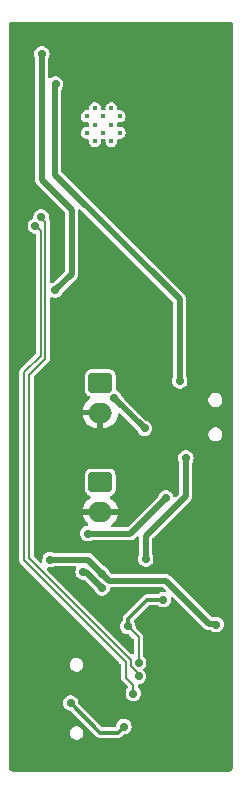
<source format=gbr>
%TF.GenerationSoftware,KiCad,Pcbnew,8.0.5*%
%TF.CreationDate,2024-09-18T17:55:33-04:00*%
%TF.ProjectId,cadence sensor,63616465-6e63-4652-9073-656e736f722e,rev?*%
%TF.SameCoordinates,Original*%
%TF.FileFunction,Copper,L2,Bot*%
%TF.FilePolarity,Positive*%
%FSLAX46Y46*%
G04 Gerber Fmt 4.6, Leading zero omitted, Abs format (unit mm)*
G04 Created by KiCad (PCBNEW 8.0.5) date 2024-09-18 17:55:33*
%MOMM*%
%LPD*%
G01*
G04 APERTURE LIST*
G04 Aperture macros list*
%AMRoundRect*
0 Rectangle with rounded corners*
0 $1 Rounding radius*
0 $2 $3 $4 $5 $6 $7 $8 $9 X,Y pos of 4 corners*
0 Add a 4 corners polygon primitive as box body*
4,1,4,$2,$3,$4,$5,$6,$7,$8,$9,$2,$3,0*
0 Add four circle primitives for the rounded corners*
1,1,$1+$1,$2,$3*
1,1,$1+$1,$4,$5*
1,1,$1+$1,$6,$7*
1,1,$1+$1,$8,$9*
0 Add four rect primitives between the rounded corners*
20,1,$1+$1,$2,$3,$4,$5,0*
20,1,$1+$1,$4,$5,$6,$7,0*
20,1,$1+$1,$6,$7,$8,$9,0*
20,1,$1+$1,$8,$9,$2,$3,0*%
G04 Aperture macros list end*
%TA.AperFunction,ComponentPad*%
%ADD10RoundRect,0.250000X-0.750000X0.600000X-0.750000X-0.600000X0.750000X-0.600000X0.750000X0.600000X0*%
%TD*%
%TA.AperFunction,ComponentPad*%
%ADD11O,2.000000X1.700000*%
%TD*%
%TA.AperFunction,ComponentPad*%
%ADD12C,0.400000*%
%TD*%
%TA.AperFunction,ViaPad*%
%ADD13C,0.700000*%
%TD*%
%TA.AperFunction,Conductor*%
%ADD14C,0.500000*%
%TD*%
%TA.AperFunction,Conductor*%
%ADD15C,0.200000*%
%TD*%
%TA.AperFunction,Conductor*%
%ADD16C,0.300000*%
%TD*%
G04 APERTURE END LIST*
D10*
%TO.P,J2,1,Pin_1*%
%TO.N,+BATT*%
X48250000Y-76050000D03*
D11*
%TO.P,J2,2,Pin_2*%
%TO.N,GND*%
X48250000Y-78550000D03*
%TD*%
D10*
%TO.P,J4,1,Pin_1*%
%TO.N,+SOL*%
X48250000Y-84450000D03*
D11*
%TO.P,J4,2,Pin_2*%
%TO.N,GND*%
X48250000Y-86950000D03*
%TD*%
D12*
%TO.P,U1,41_10*%
%TO.N,N/C*%
X48500000Y-53470000D03*
%TO.P,U1,41_11*%
X47100000Y-53470000D03*
%TO.P,U1,41_12*%
X49900000Y-53470000D03*
%TO.P,U1,41_13*%
X47100000Y-54870000D03*
%TO.P,U1,41_14*%
X48500000Y-54870000D03*
%TO.P,U1,41_15*%
X49900000Y-54870000D03*
%TO.P,U1,41_16*%
X47800000Y-52770000D03*
%TO.P,U1,41_17*%
X49200000Y-52770000D03*
%TO.P,U1,41_18*%
X47800000Y-54170000D03*
%TO.P,U1,41_19*%
X49200000Y-54170000D03*
%TO.P,U1,41_20*%
X47800000Y-55570000D03*
%TO.P,U1,41_21*%
X49200000Y-55570000D03*
%TD*%
D13*
%TO.N,GND*%
X46350000Y-76900000D03*
X47734314Y-95065686D03*
X46000000Y-54150000D03*
X56300000Y-99335000D03*
X41500000Y-73250000D03*
X48422525Y-106972475D03*
X52200000Y-99000000D03*
X51000000Y-56500000D03*
X46000000Y-56500000D03*
X45250000Y-99245000D03*
X55250000Y-107100000D03*
X41250000Y-65000000D03*
X43300000Y-46600000D03*
X52500000Y-102535000D03*
X41400000Y-95200000D03*
X48500000Y-51800000D03*
X51300000Y-69300000D03*
X49000000Y-72700000D03*
X49000000Y-99645000D03*
X58850000Y-86200000D03*
X46000000Y-51800000D03*
X48500000Y-56500000D03*
X51000000Y-54150000D03*
X47250000Y-69200000D03*
X44625000Y-62375000D03*
X45400000Y-71700000D03*
X46000000Y-86650000D03*
X51000000Y-51800000D03*
X48000000Y-66000000D03*
X56500000Y-46500000D03*
%TO.N,+BATT*%
X49400000Y-77300000D03*
X52000000Y-79900000D03*
%TO.N,Net-(C11-Pad2)*%
X48400000Y-93400000D03*
X46800000Y-92050000D03*
%TO.N,Net-(SW2-A)*%
X52100000Y-90950000D03*
X55500000Y-82400000D03*
%TO.N,Net-(D5-K)*%
X47200000Y-88800000D03*
X53800000Y-85800000D03*
%TO.N,+3V3*%
X44450000Y-68200000D03*
X43300000Y-48190000D03*
X44000000Y-91000000D03*
X58050000Y-96500000D03*
X48400000Y-92200000D03*
%TO.N,Net-(U7-VOC_SAMP)*%
X50588429Y-96660000D03*
X51501248Y-99750002D03*
X53581249Y-94399955D03*
%TO.N,/USB_D+*%
X42750000Y-62750000D03*
X51044975Y-102344975D03*
%TO.N,Net-(J1-CC1)*%
X45745611Y-103146667D03*
X50250000Y-105145000D03*
%TO.N,/USB_D-*%
X43250000Y-62000000D03*
X51493750Y-100895000D03*
%TO.N,Net-(U1-EN)*%
X44470000Y-50730000D03*
X54981250Y-75878750D03*
%TD*%
D14*
%TO.N,+BATT*%
X52000000Y-79900000D02*
X49400000Y-77300000D01*
%TO.N,Net-(C11-Pad2)*%
X46800000Y-92050000D02*
X47050000Y-92050000D01*
X46850000Y-92102544D02*
X46800000Y-92052544D01*
X46800000Y-92052544D02*
X46800000Y-92050000D01*
X47050000Y-92050000D02*
X48400000Y-93400000D01*
%TO.N,Net-(SW2-A)*%
X52100000Y-89000000D02*
X55500000Y-85600000D01*
X52100000Y-90950000D02*
X52100000Y-89000000D01*
X55500000Y-85600000D02*
X55500000Y-82400000D01*
%TO.N,Net-(D5-K)*%
X47200000Y-88800000D02*
X50800000Y-88800000D01*
X50800000Y-88800000D02*
X53800000Y-85800000D01*
%TO.N,+3V3*%
X53846371Y-92800000D02*
X49000000Y-92800000D01*
X49000000Y-92800000D02*
X48400000Y-92200000D01*
X45831371Y-66818629D02*
X45831371Y-61431371D01*
X45831371Y-61431371D02*
X43300000Y-58900000D01*
X44000000Y-91000000D02*
X47200000Y-91000000D01*
X43300000Y-58900000D02*
X43300000Y-48200000D01*
X47200000Y-91000000D02*
X48400000Y-92200000D01*
X58050000Y-96450000D02*
X57496371Y-96450000D01*
X57496371Y-96450000D02*
X53846371Y-92800000D01*
X44450000Y-68200000D02*
X45831371Y-66818629D01*
D15*
%TO.N,Net-(U7-VOC_SAMP)*%
X51501248Y-97572819D02*
X51501248Y-99640002D01*
D16*
X52200045Y-94399955D02*
X53581249Y-94399955D01*
X50588429Y-96660000D02*
X50588429Y-96011571D01*
X50588429Y-96011571D02*
X52200045Y-94399955D01*
D15*
X50588429Y-96660000D02*
X51501248Y-97572819D01*
%TO.N,/USB_D+*%
X51044975Y-101644975D02*
X50400020Y-101000020D01*
X51044975Y-102344975D02*
X51044975Y-101644975D01*
X43200000Y-63200000D02*
X42800000Y-62800000D01*
X41800000Y-75141800D02*
X43200000Y-73741800D01*
X41800000Y-91078200D02*
X41800000Y-75141800D01*
X50400020Y-99678220D02*
X41800000Y-91078200D01*
X43200000Y-73741800D02*
X43200000Y-63200000D01*
X50400020Y-101000020D02*
X50400020Y-99678220D01*
D16*
%TO.N,Net-(J1-CC1)*%
X49750000Y-105645000D02*
X48243944Y-105645000D01*
X50250000Y-105145000D02*
X49750000Y-105645000D01*
X48243944Y-105645000D02*
X45745611Y-103146667D01*
D15*
%TO.N,/USB_D-*%
X43600000Y-73978200D02*
X42200000Y-75378200D01*
X42200000Y-75378200D02*
X42200000Y-90841800D01*
X50850000Y-100017965D02*
X51493750Y-100661715D01*
X43280337Y-62100000D02*
X43600000Y-62419663D01*
X42200000Y-90841800D02*
X50850000Y-99491800D01*
X50850000Y-99491800D02*
X50850000Y-100017965D01*
X43600000Y-62419663D02*
X43600000Y-73978200D01*
D14*
%TO.N,Net-(U1-EN)*%
X44400000Y-50800000D02*
X44400000Y-58400000D01*
X54981250Y-68981250D02*
X54981250Y-75878750D01*
X44400000Y-58400000D02*
X54981250Y-68981250D01*
X44470000Y-50730000D02*
X44400000Y-50800000D01*
%TD*%
%TA.AperFunction,Conductor*%
%TO.N,GND*%
G36*
X46185140Y-91570185D02*
G01*
X46230895Y-91622989D01*
X46240839Y-91692147D01*
X46222666Y-91738517D01*
X46223267Y-91738833D01*
X46220407Y-91744281D01*
X46220148Y-91744944D01*
X46219780Y-91745476D01*
X46163762Y-91893181D01*
X46144722Y-92049999D01*
X46144722Y-92050000D01*
X46163762Y-92206818D01*
X46185839Y-92265029D01*
X46219780Y-92354523D01*
X46309517Y-92484530D01*
X46427760Y-92589283D01*
X46427762Y-92589284D01*
X46567634Y-92662696D01*
X46721014Y-92700500D01*
X46870613Y-92700500D01*
X46937652Y-92720185D01*
X46958294Y-92736819D01*
X47736063Y-93514588D01*
X47764324Y-93558298D01*
X47819780Y-93704523D01*
X47909517Y-93834530D01*
X48027760Y-93939283D01*
X48027762Y-93939284D01*
X48167634Y-94012696D01*
X48321014Y-94050500D01*
X48321015Y-94050500D01*
X48478985Y-94050500D01*
X48632365Y-94012696D01*
X48694364Y-93980156D01*
X48772240Y-93939283D01*
X48890483Y-93834530D01*
X48980220Y-93704523D01*
X49036237Y-93556818D01*
X49048047Y-93459554D01*
X49075669Y-93395376D01*
X49133603Y-93356319D01*
X49171143Y-93350500D01*
X53566984Y-93350500D01*
X53634023Y-93370185D01*
X53654659Y-93386813D01*
X53819572Y-93551726D01*
X53853055Y-93613046D01*
X53848071Y-93682737D01*
X53806200Y-93738671D01*
X53740735Y-93763088D01*
X53702217Y-93759801D01*
X53660239Y-93749455D01*
X53660234Y-93749455D01*
X53502264Y-93749455D01*
X53502263Y-93749455D01*
X53348883Y-93787258D01*
X53209011Y-93860670D01*
X53143993Y-93918271D01*
X53080759Y-93947992D01*
X53061766Y-93949455D01*
X52140736Y-93949455D01*
X52050370Y-93973668D01*
X52050369Y-93973667D01*
X52026161Y-93980154D01*
X52026158Y-93980155D01*
X51923431Y-94039466D01*
X51923428Y-94039468D01*
X50227942Y-95734954D01*
X50227938Y-95734960D01*
X50168630Y-95837683D01*
X50168629Y-95837688D01*
X50137929Y-95952262D01*
X50137929Y-96134240D01*
X50118244Y-96201279D01*
X50102582Y-96219556D01*
X50102920Y-96219856D01*
X50097944Y-96225472D01*
X50008210Y-96355475D01*
X50008209Y-96355476D01*
X49952191Y-96503181D01*
X49933151Y-96659999D01*
X49933151Y-96660000D01*
X49952191Y-96816818D01*
X49985981Y-96905913D01*
X50008209Y-96964523D01*
X50097946Y-97094530D01*
X50216189Y-97199283D01*
X50216191Y-97199284D01*
X50356063Y-97272696D01*
X50509443Y-97310500D01*
X50621174Y-97310500D01*
X50688213Y-97330185D01*
X50708855Y-97346819D01*
X51064429Y-97702393D01*
X51097914Y-97763716D01*
X51100748Y-97790074D01*
X51100748Y-98876793D01*
X51081063Y-98943832D01*
X51028259Y-98989587D01*
X50959101Y-98999531D01*
X50895545Y-98970506D01*
X50889067Y-98964474D01*
X43776469Y-91851876D01*
X43742984Y-91790553D01*
X43747968Y-91720861D01*
X43789840Y-91664928D01*
X43855304Y-91640511D01*
X43893821Y-91643797D01*
X43921015Y-91650500D01*
X43921017Y-91650500D01*
X44078985Y-91650500D01*
X44232365Y-91612696D01*
X44323805Y-91564703D01*
X44381431Y-91550500D01*
X46118101Y-91550500D01*
X46185140Y-91570185D01*
G37*
%TD.AperFunction*%
%TA.AperFunction,Conductor*%
G36*
X59442539Y-45520185D02*
G01*
X59488294Y-45572989D01*
X59499500Y-45624500D01*
X59499500Y-108493038D01*
X59498720Y-108506923D01*
X59488540Y-108597264D01*
X59482362Y-108624333D01*
X59454648Y-108703537D01*
X59442600Y-108728555D01*
X59397957Y-108799604D01*
X59380644Y-108821313D01*
X59321313Y-108880644D01*
X59299604Y-108897957D01*
X59228555Y-108942600D01*
X59203537Y-108954648D01*
X59124333Y-108982362D01*
X59097264Y-108988540D01*
X59017075Y-108997576D01*
X59006921Y-108998720D01*
X58993038Y-108999500D01*
X41006962Y-108999500D01*
X40993078Y-108998720D01*
X40980553Y-108997308D01*
X40902735Y-108988540D01*
X40875666Y-108982362D01*
X40796462Y-108954648D01*
X40771444Y-108942600D01*
X40700395Y-108897957D01*
X40678686Y-108880644D01*
X40619355Y-108821313D01*
X40602042Y-108799604D01*
X40557399Y-108728555D01*
X40545351Y-108703537D01*
X40517637Y-108624333D01*
X40511459Y-108597263D01*
X40501280Y-108506922D01*
X40500500Y-108493038D01*
X40500500Y-105614234D01*
X45674500Y-105614234D01*
X45674500Y-105765766D01*
X45692199Y-105831819D01*
X45713719Y-105912136D01*
X45751602Y-105977750D01*
X45789485Y-106043365D01*
X45896635Y-106150515D01*
X46027865Y-106226281D01*
X46174234Y-106265500D01*
X46174236Y-106265500D01*
X46325764Y-106265500D01*
X46325766Y-106265500D01*
X46472135Y-106226281D01*
X46603365Y-106150515D01*
X46710515Y-106043365D01*
X46786281Y-105912135D01*
X46825500Y-105765766D01*
X46825500Y-105614234D01*
X46786281Y-105467865D01*
X46710515Y-105336635D01*
X46603365Y-105229485D01*
X46532691Y-105188681D01*
X46472136Y-105153719D01*
X46398950Y-105134109D01*
X46325766Y-105114500D01*
X46174234Y-105114500D01*
X46027863Y-105153719D01*
X45896635Y-105229485D01*
X45896632Y-105229487D01*
X45789487Y-105336632D01*
X45789485Y-105336635D01*
X45713719Y-105467863D01*
X45683799Y-105579528D01*
X45674500Y-105614234D01*
X40500500Y-105614234D01*
X40500500Y-103146666D01*
X45090333Y-103146666D01*
X45090333Y-103146667D01*
X45109373Y-103303485D01*
X45165391Y-103451190D01*
X45255128Y-103581197D01*
X45373371Y-103685950D01*
X45373373Y-103685951D01*
X45513245Y-103759363D01*
X45666625Y-103797167D01*
X45666626Y-103797167D01*
X45707646Y-103797167D01*
X45774685Y-103816852D01*
X45795327Y-103833486D01*
X47967330Y-106005489D01*
X47967331Y-106005490D01*
X47967333Y-106005491D01*
X48026637Y-106039729D01*
X48026640Y-106039732D01*
X48060881Y-106059500D01*
X48070058Y-106064799D01*
X48184635Y-106095500D01*
X48184638Y-106095500D01*
X49809308Y-106095500D01*
X49809309Y-106095500D01*
X49899673Y-106071286D01*
X49923887Y-106064799D01*
X50026614Y-106005489D01*
X50200284Y-105831819D01*
X50261607Y-105798334D01*
X50287965Y-105795500D01*
X50328985Y-105795500D01*
X50482365Y-105757696D01*
X50622240Y-105684283D01*
X50740483Y-105579530D01*
X50830220Y-105449523D01*
X50886237Y-105301818D01*
X50905278Y-105145000D01*
X50886237Y-104988182D01*
X50830220Y-104840477D01*
X50740483Y-104710470D01*
X50622240Y-104605717D01*
X50622238Y-104605716D01*
X50622237Y-104605715D01*
X50482365Y-104532303D01*
X50328986Y-104494500D01*
X50328985Y-104494500D01*
X50171015Y-104494500D01*
X50171014Y-104494500D01*
X50017634Y-104532303D01*
X49877762Y-104605715D01*
X49759516Y-104710471D01*
X49669781Y-104840475D01*
X49669780Y-104840476D01*
X49613762Y-104988181D01*
X49601953Y-105085446D01*
X49574331Y-105149624D01*
X49516397Y-105188681D01*
X49478857Y-105194500D01*
X48481909Y-105194500D01*
X48414870Y-105174815D01*
X48394228Y-105158181D01*
X46433658Y-103197611D01*
X46400173Y-103136288D01*
X46398243Y-103124876D01*
X46381848Y-102989849D01*
X46325831Y-102842144D01*
X46236094Y-102712137D01*
X46117851Y-102607384D01*
X46117849Y-102607383D01*
X46117848Y-102607382D01*
X45977976Y-102533970D01*
X45824597Y-102496167D01*
X45824596Y-102496167D01*
X45666626Y-102496167D01*
X45666625Y-102496167D01*
X45513245Y-102533970D01*
X45373373Y-102607382D01*
X45255127Y-102712138D01*
X45165392Y-102842142D01*
X45165391Y-102842143D01*
X45109373Y-102989848D01*
X45090333Y-103146666D01*
X40500500Y-103146666D01*
X40500500Y-99834234D01*
X45674500Y-99834234D01*
X45674500Y-99985765D01*
X45713719Y-100132136D01*
X45743971Y-100184533D01*
X45789485Y-100263365D01*
X45896635Y-100370515D01*
X46027865Y-100446281D01*
X46174234Y-100485500D01*
X46174236Y-100485500D01*
X46325764Y-100485500D01*
X46325766Y-100485500D01*
X46472135Y-100446281D01*
X46603365Y-100370515D01*
X46710515Y-100263365D01*
X46786281Y-100132135D01*
X46825500Y-99985766D01*
X46825500Y-99834234D01*
X46786281Y-99687865D01*
X46710515Y-99556635D01*
X46603365Y-99449485D01*
X46537750Y-99411602D01*
X46472136Y-99373719D01*
X46398950Y-99354109D01*
X46325766Y-99334500D01*
X46174234Y-99334500D01*
X46027863Y-99373719D01*
X45896635Y-99449485D01*
X45896632Y-99449487D01*
X45789487Y-99556632D01*
X45789485Y-99556635D01*
X45713719Y-99687863D01*
X45674500Y-99834234D01*
X40500500Y-99834234D01*
X40500500Y-75089073D01*
X41399500Y-75089073D01*
X41399500Y-91130926D01*
X41426793Y-91232789D01*
X41430516Y-91239237D01*
X41479520Y-91324113D01*
X41479522Y-91324115D01*
X49963201Y-99807794D01*
X49996686Y-99869117D01*
X49999520Y-99895475D01*
X49999520Y-101052746D01*
X50026813Y-101154609D01*
X50053176Y-101200270D01*
X50079540Y-101245933D01*
X50079542Y-101245935D01*
X50561859Y-101728252D01*
X50595344Y-101789575D01*
X50590360Y-101859267D01*
X50559236Y-101904627D01*
X50559466Y-101904831D01*
X50557829Y-101906677D01*
X50556417Y-101908737D01*
X50554503Y-101910432D01*
X50554490Y-101910447D01*
X50464756Y-102040450D01*
X50464755Y-102040451D01*
X50408737Y-102188156D01*
X50389697Y-102344974D01*
X50389697Y-102344975D01*
X50408737Y-102501793D01*
X50448783Y-102607384D01*
X50464755Y-102649498D01*
X50554492Y-102779505D01*
X50672735Y-102884258D01*
X50672737Y-102884259D01*
X50812609Y-102957671D01*
X50965989Y-102995475D01*
X50965990Y-102995475D01*
X51123960Y-102995475D01*
X51277340Y-102957671D01*
X51417215Y-102884258D01*
X51535458Y-102779505D01*
X51625195Y-102649498D01*
X51681212Y-102501793D01*
X51700253Y-102344975D01*
X51681212Y-102188157D01*
X51625195Y-102040452D01*
X51535458Y-101910445D01*
X51535455Y-101910442D01*
X51535453Y-101910440D01*
X51487248Y-101867734D01*
X51450121Y-101808545D01*
X51445475Y-101774919D01*
X51445475Y-101669500D01*
X51465160Y-101602461D01*
X51517964Y-101556706D01*
X51565290Y-101546410D01*
X51565290Y-101546404D01*
X51565356Y-101546395D01*
X51569475Y-101545500D01*
X51572735Y-101545500D01*
X51726115Y-101507696D01*
X51865990Y-101434283D01*
X51984233Y-101329530D01*
X52073970Y-101199523D01*
X52129987Y-101051818D01*
X52149028Y-100895000D01*
X52129987Y-100738182D01*
X52073970Y-100590477D01*
X51984233Y-100460470D01*
X51984232Y-100460468D01*
X51937014Y-100418638D01*
X51899887Y-100359449D01*
X51900653Y-100289583D01*
X51937013Y-100233007D01*
X51991731Y-100184532D01*
X52081468Y-100054525D01*
X52137485Y-99906820D01*
X52156526Y-99750002D01*
X52137485Y-99593184D01*
X52081468Y-99445479D01*
X51991731Y-99315472D01*
X51991728Y-99315469D01*
X51991726Y-99315467D01*
X51943521Y-99272761D01*
X51906394Y-99213572D01*
X51901748Y-99179946D01*
X51901748Y-97520094D01*
X51901748Y-97520092D01*
X51874455Y-97418232D01*
X51874455Y-97418231D01*
X51821728Y-97326906D01*
X51276775Y-96781953D01*
X51243290Y-96720630D01*
X51241360Y-96679327D01*
X51243707Y-96660000D01*
X51224666Y-96503182D01*
X51223459Y-96500000D01*
X51168649Y-96355478D01*
X51168649Y-96355477D01*
X51110138Y-96270709D01*
X51088257Y-96204359D01*
X51105722Y-96136707D01*
X51124505Y-96112596D01*
X52350329Y-94886774D01*
X52411652Y-94853289D01*
X52438010Y-94850455D01*
X53061766Y-94850455D01*
X53128805Y-94870140D01*
X53143990Y-94881637D01*
X53209009Y-94939238D01*
X53209011Y-94939239D01*
X53348883Y-95012651D01*
X53502263Y-95050455D01*
X53502264Y-95050455D01*
X53660234Y-95050455D01*
X53813614Y-95012651D01*
X53953489Y-94939238D01*
X54071732Y-94834485D01*
X54161469Y-94704478D01*
X54217486Y-94556773D01*
X54236527Y-94399955D01*
X54220237Y-94265795D01*
X54231697Y-94196872D01*
X54278601Y-94145086D01*
X54346057Y-94126879D01*
X54412648Y-94148031D01*
X54431014Y-94163168D01*
X57158357Y-96890510D01*
X57185036Y-96905913D01*
X57283882Y-96962982D01*
X57283883Y-96962982D01*
X57283886Y-96962984D01*
X57423896Y-97000500D01*
X57423897Y-97000500D01*
X57568846Y-97000500D01*
X57586956Y-97000500D01*
X57653995Y-97020185D01*
X57669179Y-97031681D01*
X57677760Y-97039283D01*
X57677762Y-97039284D01*
X57677766Y-97039287D01*
X57817634Y-97112696D01*
X57971014Y-97150500D01*
X57971015Y-97150500D01*
X58128985Y-97150500D01*
X58282365Y-97112696D01*
X58316981Y-97094528D01*
X58422240Y-97039283D01*
X58540483Y-96934530D01*
X58630220Y-96804523D01*
X58686237Y-96656818D01*
X58705278Y-96500000D01*
X58686237Y-96343182D01*
X58630220Y-96195477D01*
X58540483Y-96065470D01*
X58422240Y-95960717D01*
X58422238Y-95960716D01*
X58422237Y-95960715D01*
X58282365Y-95887303D01*
X58128986Y-95849500D01*
X58128985Y-95849500D01*
X57971015Y-95849500D01*
X57971014Y-95849500D01*
X57817638Y-95887302D01*
X57816151Y-95887867D01*
X57814985Y-95887956D01*
X57810351Y-95889099D01*
X57810161Y-95888328D01*
X57746487Y-95893233D01*
X57684982Y-95860085D01*
X57684500Y-95859605D01*
X55951774Y-94126879D01*
X54184386Y-92359490D01*
X54058856Y-92287016D01*
X53976800Y-92265029D01*
X53976799Y-92265028D01*
X53918846Y-92249500D01*
X49279387Y-92249500D01*
X49212348Y-92229815D01*
X49191706Y-92213181D01*
X49063937Y-92085412D01*
X49035676Y-92041702D01*
X49018067Y-91995274D01*
X48980220Y-91895477D01*
X48890483Y-91765470D01*
X48772240Y-91660717D01*
X48772238Y-91660716D01*
X48772237Y-91660715D01*
X48632367Y-91587304D01*
X48577626Y-91573812D01*
X48519621Y-91541096D01*
X47538016Y-90559491D01*
X47538015Y-90559490D01*
X47412485Y-90487016D01*
X47343730Y-90468593D01*
X47343729Y-90468592D01*
X47291567Y-90454615D01*
X47272475Y-90449500D01*
X47272474Y-90449500D01*
X44381431Y-90449500D01*
X44323805Y-90435296D01*
X44232365Y-90387304D01*
X44232364Y-90387303D01*
X44232363Y-90387303D01*
X44078986Y-90349500D01*
X44078985Y-90349500D01*
X43921015Y-90349500D01*
X43921014Y-90349500D01*
X43767634Y-90387303D01*
X43627762Y-90460715D01*
X43509516Y-90565471D01*
X43419781Y-90695475D01*
X43419780Y-90695476D01*
X43363762Y-90843181D01*
X43344722Y-90999999D01*
X43344722Y-91000000D01*
X43359471Y-91121474D01*
X43348010Y-91190397D01*
X43301106Y-91242183D01*
X43233650Y-91260390D01*
X43167060Y-91239237D01*
X43148694Y-91224101D01*
X42636819Y-90712226D01*
X42603334Y-90650903D01*
X42600500Y-90624545D01*
X42600500Y-88799999D01*
X46544722Y-88799999D01*
X46544722Y-88800000D01*
X46563762Y-88956818D01*
X46619780Y-89104523D01*
X46709517Y-89234530D01*
X46827760Y-89339283D01*
X46827762Y-89339284D01*
X46967634Y-89412696D01*
X47121014Y-89450500D01*
X47121015Y-89450500D01*
X47278985Y-89450500D01*
X47432365Y-89412696D01*
X47523805Y-89364703D01*
X47581431Y-89350500D01*
X50872472Y-89350500D01*
X50872474Y-89350500D01*
X50872475Y-89350500D01*
X51012485Y-89312984D01*
X51138015Y-89240510D01*
X51337820Y-89040704D01*
X51399142Y-89007220D01*
X51468833Y-89012204D01*
X51524767Y-89054075D01*
X51549184Y-89119540D01*
X51549500Y-89128386D01*
X51549500Y-90563780D01*
X51529815Y-90630819D01*
X51527552Y-90634217D01*
X51519780Y-90645476D01*
X51463762Y-90793181D01*
X51444722Y-90949999D01*
X51444722Y-90950000D01*
X51463762Y-91106818D01*
X51482725Y-91156818D01*
X51519780Y-91254523D01*
X51609517Y-91384530D01*
X51727760Y-91489283D01*
X51727762Y-91489284D01*
X51867634Y-91562696D01*
X52021014Y-91600500D01*
X52021015Y-91600500D01*
X52178985Y-91600500D01*
X52332365Y-91562696D01*
X52376974Y-91539283D01*
X52472240Y-91489283D01*
X52590483Y-91384530D01*
X52680220Y-91254523D01*
X52736237Y-91106818D01*
X52755278Y-90950000D01*
X52736237Y-90793182D01*
X52680220Y-90645477D01*
X52672448Y-90634217D01*
X52650567Y-90567862D01*
X52650500Y-90563780D01*
X52650500Y-89279387D01*
X52670185Y-89212348D01*
X52686819Y-89191706D01*
X54220968Y-87657557D01*
X55940510Y-85938015D01*
X56012984Y-85812485D01*
X56050500Y-85672474D01*
X56050500Y-85527526D01*
X56050500Y-82786219D01*
X56070185Y-82719180D01*
X56072434Y-82715802D01*
X56080220Y-82704523D01*
X56136237Y-82556818D01*
X56155278Y-82400000D01*
X56136237Y-82243182D01*
X56080220Y-82095477D01*
X55990483Y-81965470D01*
X55872240Y-81860717D01*
X55872238Y-81860716D01*
X55872237Y-81860715D01*
X55732365Y-81787303D01*
X55578986Y-81749500D01*
X55578985Y-81749500D01*
X55421015Y-81749500D01*
X55421014Y-81749500D01*
X55267634Y-81787303D01*
X55127762Y-81860715D01*
X55009516Y-81965471D01*
X54919781Y-82095475D01*
X54919780Y-82095476D01*
X54863762Y-82243181D01*
X54844722Y-82399999D01*
X54844722Y-82400000D01*
X54863762Y-82556818D01*
X54919780Y-82704523D01*
X54927548Y-82715777D01*
X54949433Y-82782130D01*
X54949500Y-82786219D01*
X54949500Y-85320612D01*
X54929815Y-85387651D01*
X54913181Y-85408293D01*
X54638409Y-85683065D01*
X54577086Y-85716550D01*
X54507394Y-85711566D01*
X54451461Y-85669694D01*
X54434786Y-85639355D01*
X54394967Y-85534362D01*
X54380220Y-85495477D01*
X54290483Y-85365470D01*
X54172240Y-85260717D01*
X54172238Y-85260716D01*
X54172237Y-85260715D01*
X54032365Y-85187303D01*
X53878986Y-85149500D01*
X53878985Y-85149500D01*
X53721015Y-85149500D01*
X53721014Y-85149500D01*
X53567634Y-85187303D01*
X53427762Y-85260715D01*
X53309516Y-85365471D01*
X53219781Y-85495474D01*
X53164324Y-85641702D01*
X53136063Y-85685411D01*
X50608294Y-88213181D01*
X50546971Y-88246666D01*
X50520613Y-88249500D01*
X49289782Y-88249500D01*
X49222743Y-88229815D01*
X49176988Y-88177011D01*
X49167044Y-88107853D01*
X49196069Y-88044297D01*
X49216897Y-88025182D01*
X49279459Y-87979727D01*
X49279464Y-87979723D01*
X49429723Y-87829464D01*
X49429727Y-87829459D01*
X49554620Y-87657557D01*
X49651095Y-87468217D01*
X49716757Y-87266129D01*
X49716757Y-87266126D01*
X49727231Y-87200000D01*
X48683012Y-87200000D01*
X48715925Y-87142993D01*
X48750000Y-87015826D01*
X48750000Y-86884174D01*
X48715925Y-86757007D01*
X48683012Y-86700000D01*
X49727231Y-86700000D01*
X49716757Y-86633873D01*
X49716757Y-86633870D01*
X49651095Y-86431782D01*
X49554620Y-86242442D01*
X49429727Y-86070540D01*
X49429723Y-86070535D01*
X49279464Y-85920276D01*
X49279459Y-85920272D01*
X49115439Y-85801105D01*
X49072773Y-85745775D01*
X49066794Y-85676162D01*
X49099399Y-85614367D01*
X49142831Y-85585433D01*
X49272342Y-85534361D01*
X49392922Y-85442922D01*
X49484361Y-85322342D01*
X49539877Y-85181564D01*
X49550500Y-85093102D01*
X49550500Y-83806898D01*
X49539877Y-83718436D01*
X49484361Y-83577658D01*
X49484360Y-83577657D01*
X49484360Y-83577656D01*
X49392922Y-83457077D01*
X49272343Y-83365639D01*
X49131561Y-83310122D01*
X49085926Y-83304642D01*
X49043102Y-83299500D01*
X47456898Y-83299500D01*
X47417853Y-83304188D01*
X47368438Y-83310122D01*
X47227656Y-83365639D01*
X47107077Y-83457077D01*
X47015639Y-83577656D01*
X46960122Y-83718438D01*
X46954188Y-83767853D01*
X46949500Y-83806898D01*
X46949500Y-85093102D01*
X46955126Y-85139954D01*
X46960122Y-85181561D01*
X47015639Y-85322343D01*
X47107077Y-85442922D01*
X47227658Y-85534361D01*
X47227660Y-85534362D01*
X47357165Y-85585433D01*
X47412309Y-85628338D01*
X47435502Y-85694246D01*
X47419381Y-85762231D01*
X47384560Y-85801105D01*
X47220540Y-85920272D01*
X47220535Y-85920276D01*
X47070276Y-86070535D01*
X47070272Y-86070540D01*
X46945379Y-86242442D01*
X46848904Y-86431782D01*
X46783242Y-86633870D01*
X46783242Y-86633873D01*
X46772769Y-86700000D01*
X47816988Y-86700000D01*
X47784075Y-86757007D01*
X47750000Y-86884174D01*
X47750000Y-87015826D01*
X47784075Y-87142993D01*
X47816988Y-87200000D01*
X46772769Y-87200000D01*
X46783242Y-87266126D01*
X46783242Y-87266129D01*
X46848904Y-87468217D01*
X46945379Y-87657557D01*
X47070272Y-87829459D01*
X47070276Y-87829464D01*
X47181598Y-87940786D01*
X47215083Y-88002109D01*
X47210099Y-88071801D01*
X47168227Y-88127734D01*
X47123592Y-88148864D01*
X46967633Y-88187304D01*
X46827762Y-88260715D01*
X46709516Y-88365471D01*
X46619781Y-88495475D01*
X46619780Y-88495476D01*
X46563762Y-88643181D01*
X46544722Y-88799999D01*
X42600500Y-88799999D01*
X42600500Y-78300000D01*
X46772769Y-78300000D01*
X47816988Y-78300000D01*
X47784075Y-78357007D01*
X47750000Y-78484174D01*
X47750000Y-78615826D01*
X47784075Y-78742993D01*
X47816988Y-78800000D01*
X46772769Y-78800000D01*
X46783242Y-78866126D01*
X46783242Y-78866129D01*
X46848904Y-79068217D01*
X46945379Y-79257557D01*
X47070272Y-79429459D01*
X47070276Y-79429464D01*
X47220535Y-79579723D01*
X47220540Y-79579727D01*
X47392442Y-79704620D01*
X47581782Y-79801095D01*
X47783870Y-79866757D01*
X47993754Y-79900000D01*
X48000000Y-79900000D01*
X48000000Y-78983012D01*
X48057007Y-79015925D01*
X48184174Y-79050000D01*
X48315826Y-79050000D01*
X48442993Y-79015925D01*
X48500000Y-78983012D01*
X48500000Y-79900000D01*
X48506246Y-79900000D01*
X48716127Y-79866757D01*
X48716130Y-79866757D01*
X48918217Y-79801095D01*
X49107557Y-79704620D01*
X49279459Y-79579727D01*
X49279464Y-79579723D01*
X49429723Y-79429464D01*
X49429727Y-79429459D01*
X49554620Y-79257557D01*
X49651095Y-79068217D01*
X49716757Y-78866130D01*
X49716758Y-78866125D01*
X49743065Y-78700028D01*
X49772994Y-78636893D01*
X49832305Y-78599961D01*
X49902168Y-78600959D01*
X49953219Y-78631744D01*
X51336063Y-80014588D01*
X51364324Y-80058298D01*
X51419780Y-80204523D01*
X51509517Y-80334530D01*
X51627760Y-80439283D01*
X51627762Y-80439284D01*
X51767634Y-80512696D01*
X51921014Y-80550500D01*
X51921015Y-80550500D01*
X52078985Y-80550500D01*
X52232365Y-80512696D01*
X52372240Y-80439283D01*
X52490483Y-80334530D01*
X52499861Y-80320943D01*
X57399500Y-80320943D01*
X57399500Y-80479056D01*
X57440423Y-80631783D01*
X57440426Y-80631790D01*
X57519475Y-80768709D01*
X57519479Y-80768714D01*
X57519480Y-80768716D01*
X57631284Y-80880520D01*
X57631286Y-80880521D01*
X57631290Y-80880524D01*
X57768209Y-80959573D01*
X57768216Y-80959577D01*
X57920943Y-81000500D01*
X57920945Y-81000500D01*
X58079055Y-81000500D01*
X58079057Y-81000500D01*
X58231784Y-80959577D01*
X58368716Y-80880520D01*
X58480520Y-80768716D01*
X58559577Y-80631784D01*
X58600500Y-80479057D01*
X58600500Y-80320943D01*
X58559577Y-80168216D01*
X58559573Y-80168209D01*
X58480524Y-80031290D01*
X58480518Y-80031282D01*
X58368717Y-79919481D01*
X58368709Y-79919475D01*
X58231790Y-79840426D01*
X58231786Y-79840424D01*
X58231784Y-79840423D01*
X58079057Y-79799500D01*
X57920943Y-79799500D01*
X57768216Y-79840423D01*
X57768209Y-79840426D01*
X57631290Y-79919475D01*
X57631282Y-79919481D01*
X57519481Y-80031282D01*
X57519475Y-80031290D01*
X57440426Y-80168209D01*
X57440423Y-80168216D01*
X57399500Y-80320943D01*
X52499861Y-80320943D01*
X52580220Y-80204523D01*
X52636237Y-80056818D01*
X52655278Y-79900000D01*
X52648045Y-79840426D01*
X52636237Y-79743181D01*
X52614992Y-79687164D01*
X52580220Y-79595477D01*
X52490483Y-79465470D01*
X52372240Y-79360717D01*
X52372238Y-79360716D01*
X52372237Y-79360715D01*
X52232367Y-79287304D01*
X52177626Y-79273812D01*
X52119621Y-79241096D01*
X50299468Y-77420943D01*
X57399500Y-77420943D01*
X57399500Y-77579057D01*
X57424012Y-77670535D01*
X57440423Y-77731783D01*
X57440426Y-77731790D01*
X57519475Y-77868709D01*
X57519479Y-77868714D01*
X57519480Y-77868716D01*
X57631284Y-77980520D01*
X57631286Y-77980521D01*
X57631290Y-77980524D01*
X57720073Y-78031782D01*
X57768216Y-78059577D01*
X57920943Y-78100500D01*
X57920945Y-78100500D01*
X58079055Y-78100500D01*
X58079057Y-78100500D01*
X58231784Y-78059577D01*
X58368716Y-77980520D01*
X58480520Y-77868716D01*
X58559577Y-77731784D01*
X58600500Y-77579057D01*
X58600500Y-77420943D01*
X58559577Y-77268216D01*
X58520482Y-77200500D01*
X58480524Y-77131290D01*
X58480518Y-77131282D01*
X58368717Y-77019481D01*
X58368709Y-77019475D01*
X58231790Y-76940426D01*
X58231786Y-76940424D01*
X58231784Y-76940423D01*
X58079057Y-76899500D01*
X57920943Y-76899500D01*
X57768216Y-76940423D01*
X57768209Y-76940426D01*
X57631290Y-77019475D01*
X57631282Y-77019481D01*
X57519481Y-77131282D01*
X57519475Y-77131290D01*
X57440426Y-77268209D01*
X57440423Y-77268216D01*
X57399500Y-77420943D01*
X50299468Y-77420943D01*
X50063937Y-77185412D01*
X50035676Y-77141702D01*
X49989321Y-77019475D01*
X49980220Y-76995477D01*
X49890483Y-76865470D01*
X49772240Y-76760717D01*
X49772238Y-76760716D01*
X49772237Y-76760715D01*
X49632362Y-76687301D01*
X49630522Y-76686604D01*
X49629369Y-76685731D01*
X49625724Y-76683818D01*
X49626042Y-76683211D01*
X49574822Y-76644423D01*
X49550769Y-76578824D01*
X49550500Y-76570665D01*
X49550500Y-75406903D01*
X49550500Y-75406898D01*
X49539877Y-75318436D01*
X49484361Y-75177658D01*
X49484360Y-75177657D01*
X49484360Y-75177656D01*
X49392922Y-75057077D01*
X49272343Y-74965639D01*
X49131561Y-74910122D01*
X49085926Y-74904642D01*
X49043102Y-74899500D01*
X47456898Y-74899500D01*
X47417853Y-74904188D01*
X47368438Y-74910122D01*
X47227656Y-74965639D01*
X47107077Y-75057077D01*
X47015639Y-75177656D01*
X46960122Y-75318438D01*
X46954188Y-75367853D01*
X46949500Y-75406898D01*
X46949500Y-76693102D01*
X46955126Y-76739954D01*
X46960122Y-76781561D01*
X47015639Y-76922343D01*
X47107077Y-77042922D01*
X47227658Y-77134361D01*
X47227660Y-77134362D01*
X47357165Y-77185433D01*
X47412309Y-77228338D01*
X47435502Y-77294246D01*
X47419381Y-77362231D01*
X47384560Y-77401105D01*
X47220540Y-77520272D01*
X47220535Y-77520276D01*
X47070276Y-77670535D01*
X47070272Y-77670540D01*
X46945379Y-77842442D01*
X46848904Y-78031782D01*
X46783242Y-78233870D01*
X46783242Y-78233873D01*
X46772769Y-78300000D01*
X42600500Y-78300000D01*
X42600500Y-75595455D01*
X42620185Y-75528416D01*
X42636819Y-75507774D01*
X43248709Y-74895884D01*
X43920480Y-74224113D01*
X43973207Y-74132788D01*
X44000500Y-74030927D01*
X44000500Y-73925473D01*
X44000500Y-68903855D01*
X44020185Y-68836816D01*
X44072989Y-68791061D01*
X44142147Y-68781117D01*
X44182121Y-68794056D01*
X44217635Y-68812696D01*
X44217637Y-68812696D01*
X44217638Y-68812697D01*
X44371014Y-68850500D01*
X44371015Y-68850500D01*
X44528985Y-68850500D01*
X44682365Y-68812696D01*
X44717874Y-68794059D01*
X44822240Y-68739283D01*
X44940483Y-68634530D01*
X45030220Y-68504523D01*
X45085677Y-68358294D01*
X45113935Y-68314588D01*
X46271881Y-67156643D01*
X46344355Y-67031114D01*
X46381871Y-66891103D01*
X46381871Y-66746155D01*
X46381871Y-61459758D01*
X46401556Y-61392719D01*
X46454360Y-61346964D01*
X46523518Y-61337020D01*
X46587074Y-61366045D01*
X46593552Y-61372077D01*
X54394431Y-69172956D01*
X54427916Y-69234279D01*
X54430750Y-69260637D01*
X54430750Y-75492530D01*
X54411065Y-75559569D01*
X54408802Y-75562967D01*
X54401030Y-75574226D01*
X54345012Y-75721931D01*
X54325972Y-75878749D01*
X54325972Y-75878750D01*
X54345012Y-76035568D01*
X54401030Y-76183273D01*
X54490767Y-76313280D01*
X54609010Y-76418033D01*
X54609012Y-76418034D01*
X54748884Y-76491446D01*
X54902264Y-76529250D01*
X54902265Y-76529250D01*
X55060235Y-76529250D01*
X55213615Y-76491446D01*
X55353490Y-76418033D01*
X55471733Y-76313280D01*
X55561470Y-76183273D01*
X55617487Y-76035568D01*
X55636528Y-75878750D01*
X55617487Y-75721932D01*
X55561470Y-75574227D01*
X55553698Y-75562967D01*
X55531817Y-75496612D01*
X55531750Y-75492530D01*
X55531750Y-68908777D01*
X55531750Y-68908775D01*
X55494234Y-68768765D01*
X55462029Y-68712984D01*
X55421760Y-68643235D01*
X44986819Y-58208294D01*
X44953334Y-58146971D01*
X44950500Y-58120613D01*
X44950500Y-53470000D01*
X46594353Y-53470000D01*
X46614834Y-53612456D01*
X46640886Y-53669500D01*
X46674623Y-53743373D01*
X46768872Y-53852143D01*
X46889947Y-53929953D01*
X46889950Y-53929954D01*
X46889949Y-53929954D01*
X47028036Y-53970499D01*
X47028038Y-53970500D01*
X47179933Y-53970500D01*
X47246972Y-53990185D01*
X47292727Y-54042989D01*
X47302671Y-54112147D01*
X47294353Y-54170000D01*
X47302671Y-54227853D01*
X47292727Y-54297012D01*
X47246972Y-54349816D01*
X47179933Y-54369500D01*
X47028036Y-54369500D01*
X46889949Y-54410045D01*
X46768873Y-54487856D01*
X46674623Y-54596626D01*
X46674622Y-54596628D01*
X46614834Y-54727543D01*
X46594353Y-54870000D01*
X46614834Y-55012456D01*
X46640886Y-55069500D01*
X46674623Y-55143373D01*
X46768872Y-55252143D01*
X46889947Y-55329953D01*
X46889950Y-55329954D01*
X46889949Y-55329954D01*
X47028036Y-55370499D01*
X47028038Y-55370500D01*
X47179933Y-55370500D01*
X47246972Y-55390185D01*
X47292727Y-55442989D01*
X47302671Y-55512147D01*
X47294353Y-55570000D01*
X47314834Y-55712456D01*
X47374622Y-55843371D01*
X47374623Y-55843373D01*
X47468872Y-55952143D01*
X47589947Y-56029953D01*
X47589950Y-56029954D01*
X47589949Y-56029954D01*
X47728036Y-56070499D01*
X47728038Y-56070500D01*
X47728039Y-56070500D01*
X47871962Y-56070500D01*
X47871962Y-56070499D01*
X48010053Y-56029953D01*
X48131128Y-55952143D01*
X48225377Y-55843373D01*
X48285165Y-55712457D01*
X48305647Y-55570000D01*
X48297329Y-55512146D01*
X48307273Y-55442988D01*
X48353028Y-55390184D01*
X48420067Y-55370500D01*
X48579933Y-55370500D01*
X48646972Y-55390185D01*
X48692727Y-55442989D01*
X48702671Y-55512147D01*
X48694353Y-55570000D01*
X48714834Y-55712456D01*
X48774622Y-55843371D01*
X48774623Y-55843373D01*
X48868872Y-55952143D01*
X48989947Y-56029953D01*
X48989950Y-56029954D01*
X48989949Y-56029954D01*
X49128036Y-56070499D01*
X49128038Y-56070500D01*
X49128039Y-56070500D01*
X49271962Y-56070500D01*
X49271962Y-56070499D01*
X49410053Y-56029953D01*
X49531128Y-55952143D01*
X49625377Y-55843373D01*
X49685165Y-55712457D01*
X49705647Y-55570000D01*
X49697329Y-55512146D01*
X49707273Y-55442988D01*
X49753028Y-55390184D01*
X49820067Y-55370500D01*
X49971962Y-55370500D01*
X49971962Y-55370499D01*
X50110053Y-55329953D01*
X50231128Y-55252143D01*
X50325377Y-55143373D01*
X50385165Y-55012457D01*
X50405647Y-54870000D01*
X50385165Y-54727543D01*
X50325377Y-54596627D01*
X50231128Y-54487857D01*
X50110053Y-54410047D01*
X50110051Y-54410046D01*
X50110049Y-54410045D01*
X50110050Y-54410045D01*
X49971963Y-54369500D01*
X49971961Y-54369500D01*
X49828039Y-54369500D01*
X49820067Y-54369500D01*
X49753028Y-54349815D01*
X49707273Y-54297011D01*
X49697329Y-54227853D01*
X49705647Y-54170000D01*
X49697329Y-54112146D01*
X49707273Y-54042988D01*
X49753028Y-53990184D01*
X49820067Y-53970500D01*
X49971962Y-53970500D01*
X49971962Y-53970499D01*
X50110053Y-53929953D01*
X50231128Y-53852143D01*
X50325377Y-53743373D01*
X50385165Y-53612457D01*
X50405647Y-53470000D01*
X50385165Y-53327543D01*
X50325377Y-53196627D01*
X50231128Y-53087857D01*
X50110053Y-53010047D01*
X50110051Y-53010046D01*
X50110049Y-53010045D01*
X50110050Y-53010045D01*
X49971963Y-52969500D01*
X49971961Y-52969500D01*
X49828039Y-52969500D01*
X49820067Y-52969500D01*
X49753028Y-52949815D01*
X49707273Y-52897011D01*
X49697329Y-52827853D01*
X49705647Y-52770000D01*
X49685165Y-52627543D01*
X49625377Y-52496627D01*
X49531128Y-52387857D01*
X49410053Y-52310047D01*
X49410051Y-52310046D01*
X49410049Y-52310045D01*
X49410050Y-52310045D01*
X49271963Y-52269500D01*
X49271961Y-52269500D01*
X49128039Y-52269500D01*
X49128036Y-52269500D01*
X48989949Y-52310045D01*
X48868873Y-52387856D01*
X48774623Y-52496626D01*
X48774622Y-52496628D01*
X48714834Y-52627543D01*
X48694353Y-52769999D01*
X48702671Y-52827853D01*
X48692727Y-52897012D01*
X48646972Y-52949816D01*
X48579933Y-52969500D01*
X48420067Y-52969500D01*
X48353028Y-52949815D01*
X48307273Y-52897011D01*
X48297329Y-52827853D01*
X48305647Y-52770000D01*
X48285165Y-52627543D01*
X48225377Y-52496627D01*
X48131128Y-52387857D01*
X48010053Y-52310047D01*
X48010051Y-52310046D01*
X48010049Y-52310045D01*
X48010050Y-52310045D01*
X47871963Y-52269500D01*
X47871961Y-52269500D01*
X47728039Y-52269500D01*
X47728036Y-52269500D01*
X47589949Y-52310045D01*
X47468873Y-52387856D01*
X47374623Y-52496626D01*
X47374622Y-52496628D01*
X47314834Y-52627543D01*
X47294353Y-52769999D01*
X47302671Y-52827853D01*
X47292727Y-52897012D01*
X47246972Y-52949816D01*
X47179933Y-52969500D01*
X47028036Y-52969500D01*
X46889949Y-53010045D01*
X46768873Y-53087856D01*
X46674623Y-53196626D01*
X46674622Y-53196628D01*
X46614834Y-53327543D01*
X46594353Y-53470000D01*
X44950500Y-53470000D01*
X44950500Y-51217632D01*
X44970185Y-51150593D01*
X44972435Y-51147213D01*
X45050220Y-51034523D01*
X45106237Y-50886818D01*
X45125278Y-50730000D01*
X45106237Y-50573182D01*
X45050220Y-50425477D01*
X44960483Y-50295470D01*
X44842240Y-50190717D01*
X44842238Y-50190716D01*
X44842237Y-50190715D01*
X44702365Y-50117303D01*
X44548986Y-50079500D01*
X44548985Y-50079500D01*
X44391015Y-50079500D01*
X44391014Y-50079500D01*
X44237634Y-50117303D01*
X44097762Y-50190715D01*
X44056727Y-50227069D01*
X43993493Y-50256790D01*
X43924230Y-50247606D01*
X43870927Y-50202433D01*
X43850507Y-50135614D01*
X43850500Y-50134253D01*
X43850500Y-48576219D01*
X43870185Y-48509180D01*
X43872434Y-48505802D01*
X43880220Y-48494523D01*
X43936237Y-48346818D01*
X43955278Y-48190000D01*
X43936237Y-48033182D01*
X43880220Y-47885477D01*
X43790483Y-47755470D01*
X43672240Y-47650717D01*
X43672238Y-47650716D01*
X43672237Y-47650715D01*
X43532365Y-47577303D01*
X43378986Y-47539500D01*
X43378985Y-47539500D01*
X43221015Y-47539500D01*
X43221014Y-47539500D01*
X43067634Y-47577303D01*
X42927762Y-47650715D01*
X42809516Y-47755471D01*
X42719781Y-47885475D01*
X42719780Y-47885476D01*
X42663762Y-48033181D01*
X42644722Y-48189999D01*
X42644722Y-48190000D01*
X42663762Y-48346818D01*
X42719780Y-48494523D01*
X42727548Y-48505777D01*
X42749433Y-48572130D01*
X42749500Y-48576219D01*
X42749500Y-58827526D01*
X42749500Y-58972474D01*
X42787016Y-59112485D01*
X42859489Y-59238013D01*
X42859491Y-59238016D01*
X45244552Y-61623077D01*
X45278037Y-61684400D01*
X45280871Y-61710758D01*
X45280871Y-66539241D01*
X45261186Y-66606280D01*
X45244552Y-66626922D01*
X44330377Y-67541096D01*
X44272372Y-67573811D01*
X44217640Y-67587301D01*
X44182126Y-67605941D01*
X44113617Y-67619666D01*
X44048564Y-67594173D01*
X44007620Y-67537557D01*
X44000500Y-67496144D01*
X44000500Y-62482392D01*
X44000501Y-62482379D01*
X44000501Y-62366938D01*
X44000501Y-62366936D01*
X43973207Y-62265075D01*
X43941823Y-62210717D01*
X43941823Y-62210716D01*
X43941822Y-62210715D01*
X43920482Y-62173752D01*
X43919962Y-62173075D01*
X43919701Y-62172399D01*
X43916416Y-62166710D01*
X43917303Y-62166197D01*
X43894769Y-62107906D01*
X43895243Y-62082643D01*
X43896074Y-62075799D01*
X43905278Y-62000000D01*
X43886237Y-61843182D01*
X43830220Y-61695477D01*
X43740483Y-61565470D01*
X43622240Y-61460717D01*
X43622238Y-61460716D01*
X43622237Y-61460715D01*
X43482365Y-61387303D01*
X43328986Y-61349500D01*
X43328985Y-61349500D01*
X43171015Y-61349500D01*
X43171014Y-61349500D01*
X43017634Y-61387303D01*
X42877762Y-61460715D01*
X42759516Y-61565471D01*
X42669781Y-61695475D01*
X42669780Y-61695476D01*
X42613762Y-61843181D01*
X42594722Y-61999999D01*
X42594722Y-62000005D01*
X42595556Y-62006876D01*
X42584094Y-62075799D01*
X42537188Y-62127583D01*
X42521487Y-62135281D01*
X42377762Y-62210715D01*
X42259516Y-62315471D01*
X42169781Y-62445475D01*
X42169780Y-62445476D01*
X42113762Y-62593181D01*
X42094722Y-62749999D01*
X42094722Y-62750000D01*
X42113762Y-62906818D01*
X42169780Y-63054523D01*
X42259517Y-63184530D01*
X42377760Y-63289283D01*
X42377762Y-63289284D01*
X42517634Y-63362696D01*
X42671014Y-63400500D01*
X42671015Y-63400500D01*
X42675500Y-63400500D01*
X42742539Y-63420185D01*
X42788294Y-63472989D01*
X42799500Y-63524500D01*
X42799500Y-73524545D01*
X42779815Y-73591584D01*
X42763181Y-73612226D01*
X41479522Y-74895884D01*
X41479518Y-74895890D01*
X41426792Y-74987212D01*
X41426793Y-74987213D01*
X41399500Y-75089073D01*
X40500500Y-75089073D01*
X40500500Y-45624500D01*
X40520185Y-45557461D01*
X40572989Y-45511706D01*
X40624500Y-45500500D01*
X59375500Y-45500500D01*
X59442539Y-45520185D01*
G37*
%TD.AperFunction*%
%TD*%
M02*

</source>
